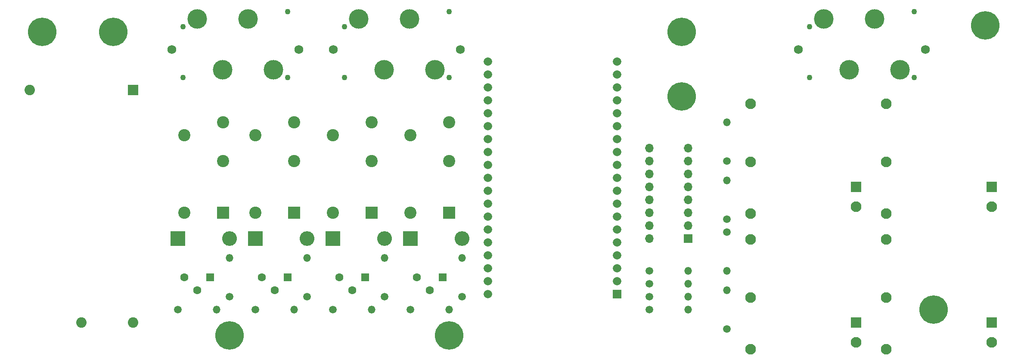
<source format=gbr>
%TF.GenerationSoftware,KiCad,Pcbnew,(5.1.6)-1*%
%TF.CreationDate,2021-08-29T18:12:57+02:00*%
%TF.ProjectId,hamodule,68616d6f-6475-46c6-952e-6b696361645f,rev?*%
%TF.SameCoordinates,Original*%
%TF.FileFunction,Soldermask,Top*%
%TF.FilePolarity,Negative*%
%FSLAX46Y46*%
G04 Gerber Fmt 4.6, Leading zero omitted, Abs format (unit mm)*
G04 Created by KiCad (PCBNEW (5.1.6)-1) date 2021-08-29 18:12:57*
%MOMM*%
%LPD*%
G01*
G04 APERTURE LIST*
%ADD10C,5.600000*%
%ADD11C,1.660000*%
%ADD12R,1.660000X1.660000*%
%ADD13R,1.600000X1.600000*%
%ADD14C,1.600000*%
%ADD15C,2.100000*%
%ADD16R,2.100000X2.100000*%
%ADD17O,1.500000X1.500000*%
%ADD18C,1.500000*%
%ADD19C,1.750000*%
%ADD20C,1.100000*%
%ADD21C,3.835000*%
%ADD22C,2.050000*%
%ADD23R,2.050000X2.050000*%
%ADD24C,2.400000*%
%ADD25R,2.400000X2.400000*%
%ADD26O,1.700000X1.700000*%
%ADD27R,1.700000X1.700000*%
%ADD28O,2.900000X2.900000*%
%ADD29R,2.900000X2.900000*%
G04 APERTURE END LIST*
D10*
%TO.C,H8*%
X151130000Y-36830000D03*
%TD*%
%TO.C,H7*%
X200660000Y-78740000D03*
%TD*%
%TO.C,H6*%
X210820000Y-22860000D03*
%TD*%
%TO.C,H5*%
X62230000Y-83820000D03*
%TD*%
%TO.C,H4*%
X39370000Y-24130000D03*
%TD*%
%TO.C,H3*%
X105410000Y-83820000D03*
%TD*%
%TO.C,H2*%
X25400000Y-24130000D03*
%TD*%
%TO.C,H1*%
X151130000Y-24130000D03*
%TD*%
D11*
%TO.C,U1*%
X113030000Y-29920000D03*
X113030000Y-32460000D03*
X113030000Y-35000000D03*
X113030000Y-37540000D03*
X113030000Y-40080000D03*
X113030000Y-42620000D03*
X113030000Y-45160000D03*
X113030000Y-47700000D03*
X113030000Y-50240000D03*
X113030000Y-52780000D03*
X113030000Y-55320000D03*
X113030000Y-57860000D03*
X113030000Y-60400000D03*
X113030000Y-62940000D03*
X113030000Y-65480000D03*
X113030000Y-68020000D03*
X113030000Y-70560000D03*
X113030000Y-73100000D03*
X113030000Y-75640000D03*
X138430000Y-32460000D03*
X138430000Y-35000000D03*
X138430000Y-37540000D03*
X138430000Y-40080000D03*
X138430000Y-42620000D03*
X138430000Y-45160000D03*
X138430000Y-47700000D03*
X138430000Y-50240000D03*
X138430000Y-52780000D03*
X138430000Y-55320000D03*
X138430000Y-57860000D03*
X138430000Y-60400000D03*
X138430000Y-62940000D03*
X138430000Y-65480000D03*
X138430000Y-68020000D03*
X138430000Y-70560000D03*
X138430000Y-29920000D03*
X138430000Y-73100000D03*
D12*
X138430000Y-75640000D03*
%TD*%
D13*
%TO.C,Q1*%
X58420000Y-72390000D03*
D14*
X53340000Y-72390000D03*
X55880000Y-74930000D03*
%TD*%
D13*
%TO.C,Q2*%
X73660000Y-72390000D03*
D14*
X68580000Y-72390000D03*
X71120000Y-74930000D03*
%TD*%
D13*
%TO.C,Q4*%
X104140000Y-72390000D03*
D14*
X99060000Y-72390000D03*
X101600000Y-74930000D03*
%TD*%
D13*
%TO.C,Q3*%
X88900000Y-72390000D03*
D14*
X83820000Y-72390000D03*
X86360000Y-74930000D03*
%TD*%
D15*
%TO.C,PS4*%
X164660000Y-86470000D03*
X164660000Y-64880000D03*
X164660000Y-76310000D03*
X185420000Y-85180000D03*
D16*
X185420000Y-81280000D03*
%TD*%
D15*
%TO.C,PS2*%
X164660000Y-59800000D03*
X164660000Y-38210000D03*
X164660000Y-49640000D03*
X185420000Y-58510000D03*
D16*
X185420000Y-54610000D03*
%TD*%
D15*
%TO.C,PS1*%
X191330000Y-59800000D03*
X191330000Y-38210000D03*
X191330000Y-49640000D03*
X212090000Y-58510000D03*
D16*
X212090000Y-54610000D03*
%TD*%
D15*
%TO.C,PS3*%
X191330000Y-86470000D03*
X191330000Y-64880000D03*
X191330000Y-76310000D03*
X212090000Y-85180000D03*
D16*
X212090000Y-81280000D03*
%TD*%
D17*
%TO.C,R5*%
X160020000Y-41910000D03*
D18*
X160020000Y-49530000D03*
%TD*%
D17*
%TO.C,R6*%
X160020000Y-53340000D03*
D18*
X160020000Y-60960000D03*
%TD*%
D19*
%TO.C,J2*%
X75880000Y-27590000D03*
X50880000Y-27590000D03*
D20*
X73680000Y-33090000D03*
X73680000Y-20090000D03*
X53080000Y-33090000D03*
X53080000Y-23090000D03*
D21*
X70880000Y-31590000D03*
X65880000Y-21590000D03*
X60880000Y-31590000D03*
X55880000Y-21590000D03*
%TD*%
D22*
%TO.C,PS5*%
X43220000Y-81280000D03*
X33060000Y-81280000D03*
X22900000Y-35560000D03*
D23*
X43220000Y-35560000D03*
%TD*%
D24*
%TO.C,K2*%
X67310000Y-59690000D03*
X67310000Y-44450000D03*
X74930000Y-41910000D03*
X74930000Y-49530000D03*
D25*
X74930000Y-59690000D03*
%TD*%
D26*
%TO.C,U2*%
X144780000Y-64770000D03*
X152400000Y-46990000D03*
X144780000Y-62230000D03*
X152400000Y-49530000D03*
X144780000Y-59690000D03*
X152400000Y-52070000D03*
X144780000Y-57150000D03*
X152400000Y-54610000D03*
X144780000Y-54610000D03*
X152400000Y-57150000D03*
X144780000Y-52070000D03*
X152400000Y-59690000D03*
X144780000Y-49530000D03*
X152400000Y-62230000D03*
X144780000Y-46990000D03*
D27*
X152400000Y-64770000D03*
%TD*%
D21*
%TO.C,J3*%
X179070000Y-21590000D03*
X184070000Y-31590000D03*
X189070000Y-21590000D03*
X194070000Y-31590000D03*
D20*
X176270000Y-23090000D03*
X176270000Y-33090000D03*
X196870000Y-20090000D03*
X196870000Y-33090000D03*
D19*
X174070000Y-27590000D03*
X199070000Y-27590000D03*
%TD*%
%TO.C,J1*%
X107630000Y-27590000D03*
X82630000Y-27590000D03*
D20*
X105430000Y-33090000D03*
X105430000Y-20090000D03*
X84830000Y-33090000D03*
X84830000Y-23090000D03*
D21*
X102630000Y-31590000D03*
X97630000Y-21590000D03*
X92630000Y-31590000D03*
X87630000Y-21590000D03*
%TD*%
D17*
%TO.C,R16*%
X107950000Y-68580000D03*
D18*
X107950000Y-76200000D03*
%TD*%
D17*
%TO.C,R15*%
X92710000Y-68580000D03*
D18*
X92710000Y-76200000D03*
%TD*%
D17*
%TO.C,R14*%
X77470000Y-68580000D03*
D18*
X77470000Y-76200000D03*
%TD*%
D17*
%TO.C,R13*%
X62230000Y-68580000D03*
D18*
X62230000Y-76200000D03*
%TD*%
D17*
%TO.C,R12*%
X152400000Y-71120000D03*
D18*
X144780000Y-71120000D03*
%TD*%
D17*
%TO.C,R11*%
X152400000Y-73660000D03*
D18*
X144780000Y-73660000D03*
%TD*%
D17*
%TO.C,R10*%
X152400000Y-76200000D03*
D18*
X144780000Y-76200000D03*
%TD*%
D17*
%TO.C,R9*%
X152400000Y-78740000D03*
D18*
X144780000Y-78740000D03*
%TD*%
D17*
%TO.C,R8*%
X160020000Y-74930000D03*
D18*
X160020000Y-82550000D03*
%TD*%
D17*
%TO.C,R7*%
X160020000Y-71120000D03*
D18*
X160020000Y-63500000D03*
%TD*%
D17*
%TO.C,R4*%
X105410000Y-78740000D03*
D18*
X97790000Y-78740000D03*
%TD*%
D17*
%TO.C,R3*%
X90170000Y-78740000D03*
D18*
X82550000Y-78740000D03*
%TD*%
D17*
%TO.C,R2*%
X74930000Y-78740000D03*
D18*
X67310000Y-78740000D03*
%TD*%
D17*
%TO.C,R1*%
X59690000Y-78740000D03*
D18*
X52070000Y-78740000D03*
%TD*%
D24*
%TO.C,K4*%
X97790000Y-59690000D03*
X97790000Y-44450000D03*
X105410000Y-41910000D03*
X105410000Y-49530000D03*
D25*
X105410000Y-59690000D03*
%TD*%
D24*
%TO.C,K3*%
X82550000Y-59690000D03*
X82550000Y-44450000D03*
X90170000Y-41910000D03*
X90170000Y-49530000D03*
D25*
X90170000Y-59690000D03*
%TD*%
D24*
%TO.C,K1*%
X53340000Y-59690000D03*
X53340000Y-44450000D03*
X60960000Y-41910000D03*
X60960000Y-49530000D03*
D25*
X60960000Y-59690000D03*
%TD*%
D28*
%TO.C,D4*%
X107950000Y-64770000D03*
D29*
X97790000Y-64770000D03*
%TD*%
D28*
%TO.C,D3*%
X92710000Y-64770000D03*
D29*
X82550000Y-64770000D03*
%TD*%
D28*
%TO.C,D2*%
X77470000Y-64770000D03*
D29*
X67310000Y-64770000D03*
%TD*%
D28*
%TO.C,D1*%
X62230000Y-64770000D03*
D29*
X52070000Y-64770000D03*
%TD*%
M02*

</source>
